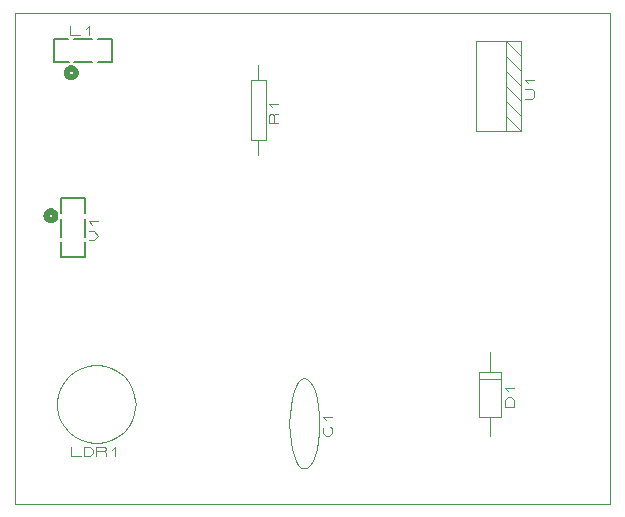
<source format=gbr>
G04 PROTEUS GERBER X2 FILE*
%TF.GenerationSoftware,Labcenter,Proteus,8.17-SP2-Build37159*%
%TF.CreationDate,2024-06-19T08:40:51+00:00*%
%TF.FileFunction,Legend,Top*%
%TF.FilePolarity,Positive*%
%TF.Part,Single*%
%TF.SameCoordinates,{cc4adc65-c152-4fc9-8d13-ce7ccd937357}*%
%FSLAX45Y45*%
%MOMM*%
G01*
%TA.AperFunction,Profile*%
%ADD13C,0.101600*%
%TA.AperFunction,Material*%
%ADD15C,0.101600*%
%ADD16C,0.508000*%
%ADD17C,0.152400*%
%TD.AperFunction*%
D13*
X-3410000Y-400000D02*
X+1620000Y-400000D01*
X+1620000Y+3760000D01*
X-3410000Y+3760000D01*
X-3410000Y-400000D01*
D15*
X-2393634Y+446000D02*
X-2394694Y+472500D01*
X-2403297Y+525502D01*
X-2421234Y+578504D01*
X-2450323Y+631506D01*
X-2494679Y+684446D01*
X-2547681Y+726206D01*
X-2600683Y+753499D01*
X-2653685Y+770003D01*
X-2706687Y+777332D01*
X-2725500Y+777866D01*
X-3057366Y+446000D02*
X-3056306Y+472500D01*
X-3047703Y+525502D01*
X-3029766Y+578504D01*
X-3000677Y+631506D01*
X-2956321Y+684446D01*
X-2903319Y+726206D01*
X-2850317Y+753499D01*
X-2797315Y+770003D01*
X-2744313Y+777332D01*
X-2725500Y+777866D01*
X-3057366Y+446000D02*
X-3056306Y+419500D01*
X-3047703Y+366498D01*
X-3029766Y+313496D01*
X-3000677Y+260494D01*
X-2956321Y+207554D01*
X-2903319Y+165794D01*
X-2850317Y+138501D01*
X-2797315Y+121997D01*
X-2744313Y+114668D01*
X-2725500Y+114134D01*
X-2393634Y+446000D02*
X-2394694Y+419500D01*
X-2403297Y+366498D01*
X-2421234Y+313496D01*
X-2450323Y+260494D01*
X-2494679Y+207554D01*
X-2547681Y+165794D01*
X-2600683Y+138501D01*
X-2653685Y+121997D01*
X-2706687Y+114668D01*
X-2725500Y+114134D01*
X-2938860Y+83654D02*
X-2938860Y+7454D01*
X-2858850Y+7454D01*
X-2832180Y+7454D02*
X-2832180Y+83654D01*
X-2778840Y+83654D01*
X-2752170Y+58254D01*
X-2752170Y+32854D01*
X-2778840Y+7454D01*
X-2832180Y+7454D01*
X-2725500Y+7454D02*
X-2725500Y+83654D01*
X-2658825Y+83654D01*
X-2645490Y+70954D01*
X-2645490Y+58254D01*
X-2658825Y+45554D01*
X-2725500Y+45554D01*
X-2658825Y+45554D02*
X-2645490Y+32854D01*
X-2645490Y+7454D01*
X-2592150Y+58254D02*
X-2565480Y+83654D01*
X-2565480Y+7454D01*
X-964000Y+664000D02*
X-938124Y+656484D01*
X-914152Y+634830D01*
X-892562Y+600376D01*
X-873830Y+554462D01*
X-858431Y+498429D01*
X-846842Y+433614D01*
X-839540Y+361358D01*
X-837000Y+283000D01*
X-964000Y-98000D02*
X-938124Y-90380D01*
X-914152Y-68472D01*
X-892562Y-33706D01*
X-873830Y+12490D01*
X-858431Y+68688D01*
X-846842Y+133458D01*
X-839540Y+205371D01*
X-837000Y+283000D01*
X-964000Y-98000D02*
X-989876Y-90380D01*
X-1013848Y-68472D01*
X-1035438Y-33706D01*
X-1054170Y+12490D01*
X-1069569Y+68688D01*
X-1081158Y+133458D01*
X-1088460Y+205371D01*
X-1091000Y+283000D01*
X-964000Y+664000D02*
X-989876Y+656484D01*
X-1013848Y+634830D01*
X-1035438Y+600376D01*
X-1054170Y+554462D01*
X-1069569Y+498429D01*
X-1081158Y+433614D01*
X-1088460Y+361358D01*
X-1091000Y+283000D01*
X-743020Y+256330D02*
X-730320Y+242995D01*
X-730320Y+202990D01*
X-755720Y+176320D01*
X-781120Y+176320D01*
X-806520Y+202990D01*
X-806520Y+242995D01*
X-793820Y+256330D01*
X-781120Y+309670D02*
X-806520Y+336340D01*
X-730320Y+336340D01*
X+490000Y+2758000D02*
X+744000Y+2758000D01*
X+744000Y+3520000D01*
X+490000Y+3520000D01*
X+490000Y+2758000D01*
X+744000Y+3520000D02*
X+871000Y+3520000D01*
X+871000Y+2758000D01*
X+744000Y+2758000D01*
X+744000Y+3520000D02*
X+871000Y+3393000D01*
X+744000Y+3393000D02*
X+871000Y+3266000D01*
X+744000Y+3266000D02*
X+871000Y+3139000D01*
X+744000Y+3139000D02*
X+871000Y+3012000D01*
X+744000Y+3012000D02*
X+871000Y+2885000D01*
X+744000Y+2885000D02*
X+871000Y+2758000D01*
X+901480Y+3032320D02*
X+964980Y+3032320D01*
X+977680Y+3045655D01*
X+977680Y+3098995D01*
X+964980Y+3112330D01*
X+901480Y+3112330D01*
X+926880Y+3165670D02*
X+901480Y+3192340D01*
X+977680Y+3192340D01*
X+517560Y+341500D02*
X+700440Y+341500D01*
X+700440Y+722500D01*
X+517560Y+722500D01*
X+517560Y+341500D01*
X+697900Y+659000D02*
X+520100Y+659000D01*
X+609000Y+341500D02*
X+609000Y+176400D01*
X+609000Y+722500D02*
X+609000Y+887600D01*
X+807120Y+425320D02*
X+730920Y+425320D01*
X+730920Y+478660D01*
X+756320Y+505330D01*
X+781720Y+505330D01*
X+807120Y+478660D01*
X+807120Y+425320D01*
X+756320Y+558670D02*
X+730920Y+585340D01*
X+807120Y+585340D01*
X-1356000Y+3314000D02*
X-1356000Y+3187000D01*
X-1419500Y+2679000D02*
X-1292500Y+2679000D01*
X-1292500Y+3187000D01*
X-1419500Y+3187000D01*
X-1419500Y+2679000D01*
X-1356000Y+2679000D02*
X-1356000Y+2552000D01*
X-1185820Y+2826320D02*
X-1262020Y+2826320D01*
X-1262020Y+2892995D01*
X-1249320Y+2906330D01*
X-1236620Y+2906330D01*
X-1223920Y+2892995D01*
X-1223920Y+2826320D01*
X-1223920Y+2892995D02*
X-1211220Y+2906330D01*
X-1185820Y+2906330D01*
X-1236620Y+2959670D02*
X-1262020Y+2986340D01*
X-1185820Y+2986340D01*
D16*
X-2899900Y+3250500D02*
X-2900031Y+3253658D01*
X-2901097Y+3259976D01*
X-2903328Y+3266294D01*
X-2906973Y+3272612D01*
X-2912548Y+3278851D01*
X-2918866Y+3283447D01*
X-2925184Y+3286380D01*
X-2931502Y+3288042D01*
X-2937820Y+3288600D01*
X-2938000Y+3288600D01*
X-2976100Y+3250500D02*
X-2975969Y+3253658D01*
X-2974903Y+3259976D01*
X-2972672Y+3266294D01*
X-2969027Y+3272612D01*
X-2963452Y+3278851D01*
X-2957134Y+3283447D01*
X-2950816Y+3286380D01*
X-2944498Y+3288042D01*
X-2938180Y+3288600D01*
X-2938000Y+3288600D01*
X-2976100Y+3250500D02*
X-2975969Y+3247342D01*
X-2974903Y+3241024D01*
X-2972672Y+3234706D01*
X-2969027Y+3228388D01*
X-2963452Y+3222149D01*
X-2957134Y+3217553D01*
X-2950816Y+3214620D01*
X-2944498Y+3212958D01*
X-2938180Y+3212400D01*
X-2938000Y+3212400D01*
X-2899900Y+3250500D02*
X-2900031Y+3247342D01*
X-2901097Y+3241024D01*
X-2903328Y+3234706D01*
X-2906973Y+3228388D01*
X-2912548Y+3222149D01*
X-2918866Y+3217553D01*
X-2925184Y+3214620D01*
X-2931502Y+3212958D01*
X-2937820Y+3212400D01*
X-2938000Y+3212400D01*
D17*
X-3086920Y+3340340D02*
X-2960407Y+3340340D01*
X-2589080Y+3340340D02*
X-2589080Y+3541000D01*
X-2712809Y+3541000D01*
X-3086920Y+3541000D02*
X-3086920Y+3340340D01*
X-2715593Y+3340340D02*
X-2589080Y+3340340D01*
X-2763191Y+3541000D02*
X-2912809Y+3541000D01*
X-2963191Y+3541000D02*
X-3086920Y+3541000D01*
X-2915593Y+3340340D02*
X-2760407Y+3340340D01*
D15*
X-2944680Y+3650220D02*
X-2944680Y+3574020D01*
X-2864670Y+3574020D01*
X-2811330Y+3624820D02*
X-2784660Y+3650220D01*
X-2784660Y+3574020D01*
D16*
X-3072400Y+2040000D02*
X-3072531Y+2043158D01*
X-3073597Y+2049476D01*
X-3075828Y+2055794D01*
X-3079473Y+2062112D01*
X-3085048Y+2068351D01*
X-3091366Y+2072947D01*
X-3097684Y+2075880D01*
X-3104002Y+2077542D01*
X-3110320Y+2078100D01*
X-3110500Y+2078100D01*
X-3148600Y+2040000D02*
X-3148469Y+2043158D01*
X-3147403Y+2049476D01*
X-3145172Y+2055794D01*
X-3141527Y+2062112D01*
X-3135952Y+2068351D01*
X-3129634Y+2072947D01*
X-3123316Y+2075880D01*
X-3116998Y+2077542D01*
X-3110680Y+2078100D01*
X-3110500Y+2078100D01*
X-3148600Y+2040000D02*
X-3148469Y+2036842D01*
X-3147403Y+2030524D01*
X-3145172Y+2024206D01*
X-3141527Y+2017888D01*
X-3135952Y+2011649D01*
X-3129634Y+2007053D01*
X-3123316Y+2004120D01*
X-3116998Y+2002458D01*
X-3110680Y+2001900D01*
X-3110500Y+2001900D01*
X-3072400Y+2040000D02*
X-3072531Y+2036842D01*
X-3073597Y+2030524D01*
X-3075828Y+2024206D01*
X-3079473Y+2017888D01*
X-3085048Y+2011649D01*
X-3091366Y+2007053D01*
X-3097684Y+2004120D01*
X-3104002Y+2002458D01*
X-3110320Y+2001900D01*
X-3110500Y+2001900D01*
D17*
X-3020660Y+2188920D02*
X-3020660Y+2062407D01*
X-3020660Y+1691080D02*
X-2820000Y+1691080D01*
X-2820000Y+1814809D01*
X-2820000Y+2188920D02*
X-3020660Y+2188920D01*
X-3020660Y+1817593D02*
X-3020660Y+1691080D01*
X-2820000Y+1865191D02*
X-2820000Y+2014809D01*
X-2820000Y+2065191D02*
X-2820000Y+2188920D01*
X-3020660Y+2017593D02*
X-3020660Y+1862407D01*
D15*
X-2786980Y+1833320D02*
X-2748880Y+1833320D01*
X-2710780Y+1873325D01*
X-2748880Y+1913330D01*
X-2786980Y+1913330D01*
X-2761580Y+1966670D02*
X-2786980Y+1993340D01*
X-2710780Y+1993340D01*
M02*

</source>
